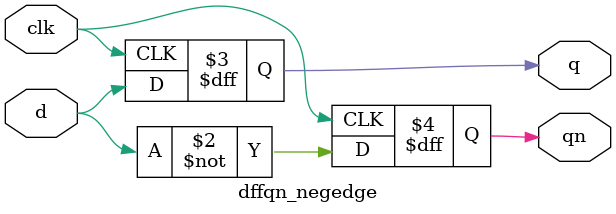
<source format=v>
`timescale 1ns/1ps
module dffqn_negedge (
    output reg			q,
    output reg			qn,

    input			clk,
    input			d
);

    always @(negedge clk) begin
        q <= d;
        qn <= ~d;
    end

endmodule

</source>
